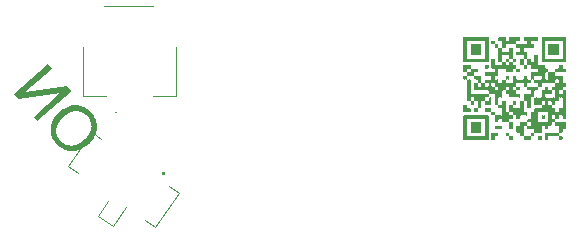
<source format=gbo>
G04*
G04 #@! TF.GenerationSoftware,Altium Limited,Altium Designer,21.8.1 (53)*
G04*
G04 Layer_Color=32896*
%FSLAX25Y25*%
%MOIN*%
G70*
G04*
G04 #@! TF.SameCoordinates,4D66A8FD-5AEA-4BBE-AC91-A6DA004BC610*
G04*
G04*
G04 #@! TF.FilePolarity,Positive*
G04*
G01*
G75*
%ADD10C,0.00394*%
%ADD86C,0.00787*%
G36*
X487636Y103027D02*
X485257D01*
Y101775D01*
X486384D01*
Y100648D01*
X486259D01*
Y100523D01*
X483254D01*
Y100648D01*
X483003D01*
Y100523D01*
X482878D01*
Y100398D01*
X482753D01*
Y100022D01*
X482878D01*
Y99897D01*
X482753D01*
Y99521D01*
X482878D01*
Y99396D01*
X484005D01*
Y97017D01*
X485132D01*
Y96892D01*
X485257D01*
Y95765D01*
X486384D01*
Y98144D01*
X487636D01*
Y94889D01*
X490015D01*
Y93762D01*
X490140D01*
Y93637D01*
X490891D01*
Y92510D01*
D01*
D01*
X493270D01*
Y91383D01*
X493395D01*
Y91258D01*
X495649D01*
Y91133D01*
X495774D01*
Y88879D01*
X496901D01*
Y87752D01*
X496776D01*
Y87627D01*
X495774D01*
Y86500D01*
X496776D01*
Y86375D01*
X496901D01*
Y76859D01*
X495774D01*
Y77986D01*
X495649D01*
Y78111D01*
X494647D01*
Y77986D01*
X494522D01*
Y76859D01*
X493270D01*
Y77610D01*
X493395D01*
Y77861D01*
X493270D01*
Y77986D01*
X493145D01*
Y78111D01*
X492269D01*
Y77986D01*
X492143D01*
Y77610D01*
Y77485D01*
Y76859D01*
X493270D01*
Y75983D01*
X492143D01*
Y74856D01*
X492018D01*
Y74731D01*
X490891D01*
Y73604D01*
X490015D01*
Y74731D01*
X488888D01*
Y74606D01*
X488763D01*
Y72727D01*
X488888D01*
Y72602D01*
X488763D01*
Y72352D01*
X486384D01*
Y73479D01*
X486259D01*
Y73604D01*
X484380D01*
Y73479D01*
X484255D01*
Y73604D01*
X484005D01*
Y74731D01*
X482878D01*
Y74606D01*
X482753D01*
Y71475D01*
Y71350D01*
Y71100D01*
X481751D01*
Y71225D01*
X481626D01*
Y72352D01*
X480499D01*
Y72477D01*
X480374D01*
Y74606D01*
X480499D01*
Y74731D01*
X481501D01*
Y74856D01*
X481626D01*
Y75858D01*
X481751D01*
Y75983D01*
X484005D01*
Y74731D01*
X485132D01*
Y74856D01*
X485257D01*
Y75858D01*
X485132D01*
Y75983D01*
X484005D01*
Y76734D01*
X484130D01*
Y76859D01*
X485132D01*
Y76984D01*
X485257D01*
Y79238D01*
X486384D01*
Y80365D01*
X486509D01*
Y80490D01*
X488763D01*
Y80615D01*
X488888D01*
Y80866D01*
X488763D01*
Y81617D01*
D01*
D01*
X486509D01*
Y81742D01*
X486384D01*
Y83996D01*
X487010D01*
Y84121D01*
X487260D01*
Y83996D01*
X488137D01*
Y84121D01*
X488387D01*
Y83996D01*
X488637D01*
Y84121D01*
X488763D01*
Y84246D01*
X488888D01*
Y84497D01*
X488763D01*
Y85874D01*
X488888D01*
Y85999D01*
X488763D01*
Y86375D01*
X488888D01*
Y86500D01*
X490015D01*
Y87627D01*
X490891D01*
Y86500D01*
X492143D01*
Y85373D01*
X492018D01*
Y85248D01*
X490015D01*
Y84121D01*
X490140D01*
Y83996D01*
X490516D01*
Y84121D01*
X490641D01*
Y83996D01*
X492644D01*
Y84121D01*
X492895D01*
Y83996D01*
X493145D01*
Y84121D01*
X493270D01*
Y84246D01*
X493395D01*
Y84497D01*
X493270D01*
Y86124D01*
X493395D01*
Y86250D01*
X493270D01*
Y86500D01*
X492143D01*
Y87627D01*
X493270D01*
Y87877D01*
X493395D01*
Y88003D01*
X493270D01*
Y88754D01*
X493395D01*
Y88879D01*
X494522D01*
Y90006D01*
X494397D01*
Y90131D01*
X494021D01*
Y90006D01*
X493771D01*
Y90131D01*
X493520D01*
Y90006D01*
X493270D01*
Y88879D01*
X488888D01*
Y88754D01*
X488763D01*
Y88003D01*
X488888D01*
Y87877D01*
X488763D01*
Y87627D01*
X487636D01*
Y88754D01*
X487511D01*
Y88879D01*
X486509D01*
Y89004D01*
X486384D01*
Y90006D01*
D01*
D01*
X485883D01*
Y90131D01*
X485507D01*
Y90006D01*
X485382D01*
Y90131D01*
X485257D01*
Y92510D01*
X487636D01*
Y93637D01*
X485257D01*
Y94763D01*
X485132D01*
Y94889D01*
X484005D01*
Y97017D01*
X482878D01*
Y97518D01*
X482753D01*
Y97768D01*
X482878D01*
Y98019D01*
X482753D01*
Y98144D01*
X480499D01*
Y98269D01*
X480374D01*
Y99271D01*
X480499D01*
Y99396D01*
X481626D01*
Y100523D01*
X481376D01*
Y100648D01*
X481250D01*
Y100523D01*
X480499D01*
Y100648D01*
X480374D01*
Y101775D01*
X476868D01*
Y101650D01*
X476743D01*
Y101274D01*
X476868D01*
Y101149D01*
X476743D01*
Y101024D01*
X476868D01*
Y100773D01*
X476743D01*
Y100523D01*
X475616D01*
Y102902D01*
X475491D01*
Y103027D01*
X474364D01*
Y104029D01*
X474489D01*
Y104154D01*
X476743D01*
Y104029D01*
X476868D01*
Y103778D01*
X476743D01*
Y103528D01*
X476868D01*
Y103403D01*
X476743D01*
Y103152D01*
X476868D01*
Y103027D01*
X476993D01*
Y102902D01*
X477119D01*
Y103027D01*
X477995D01*
Y104154D01*
X481626D01*
Y103027D01*
X480499D01*
Y102902D01*
X480374D01*
Y101775D01*
X484005D01*
Y102902D01*
X483880D01*
Y103027D01*
X482878D01*
Y103152D01*
X482753D01*
Y103403D01*
X482878D01*
Y103778D01*
X482753D01*
Y104029D01*
X482878D01*
Y104154D01*
X487636D01*
Y103027D01*
D02*
G37*
G36*
X496901Y95765D02*
X488888D01*
Y95890D01*
X488763D01*
Y96266D01*
X488888D01*
Y96391D01*
X488763D01*
Y103528D01*
X488888D01*
Y103653D01*
X488763D01*
Y104029D01*
X488888D01*
Y104154D01*
X496901D01*
Y95765D01*
D02*
G37*
G36*
X473112Y102902D02*
X473237D01*
Y102401D01*
Y102276D01*
Y101775D01*
X474364D01*
Y100523D01*
X475616D01*
Y99396D01*
X477995D01*
Y100523D01*
X478245D01*
Y100648D01*
X478371D01*
Y100523D01*
X479247D01*
Y97017D01*
X480249D01*
Y96892D01*
X480374D01*
Y96266D01*
Y96141D01*
Y95765D01*
X479247D01*
Y97017D01*
X477995D01*
Y97142D01*
Y97268D01*
Y98144D01*
X475616D01*
Y95765D01*
X476743D01*
Y95640D01*
X476868D01*
Y95390D01*
X476743D01*
Y95014D01*
X476868D01*
Y94889D01*
X477995D01*
Y95765D01*
X476868D01*
Y96642D01*
X476743D01*
Y96767D01*
X476868D01*
Y97017D01*
X477995D01*
Y96892D01*
Y96767D01*
Y95765D01*
X479247D01*
Y94889D01*
X480374D01*
Y93637D01*
X481626D01*
Y93011D01*
Y92886D01*
Y92510D01*
X480374D01*
Y93637D01*
X479247D01*
Y92510D01*
X476868D01*
Y92635D01*
X476743D01*
Y92886D01*
X476868D01*
Y93511D01*
X476743D01*
Y93637D01*
X474364D01*
Y91258D01*
X473237D01*
Y90131D01*
X473362D01*
Y90006D01*
X473988D01*
Y90131D01*
X474239D01*
Y90006D01*
X474364D01*
Y89004D01*
X474489D01*
Y88879D01*
X475616D01*
Y90006D01*
X475741D01*
Y90131D01*
X475992D01*
Y90006D01*
X476868D01*
Y89254D01*
X476743D01*
Y89004D01*
X476868D01*
Y88879D01*
X479122D01*
Y89004D01*
X479247D01*
Y91258D01*
X480374D01*
Y90131D01*
X480499D01*
Y90006D01*
X482628D01*
Y90131D01*
X482753D01*
Y90256D01*
X482878D01*
Y90507D01*
X482753D01*
Y90632D01*
X482878D01*
Y90882D01*
X482753D01*
Y91133D01*
X482878D01*
Y91258D01*
X484005D01*
Y90131D01*
X484130D01*
Y90006D01*
X485257D01*
Y89004D01*
X485132D01*
Y88879D01*
X484005D01*
Y87627D01*
X487636D01*
Y86500D01*
X486509D01*
Y86375D01*
X486384D01*
Y84121D01*
X485382D01*
Y83996D01*
X485257D01*
Y83871D01*
Y83745D01*
Y80615D01*
X485132D01*
Y80490D01*
X484005D01*
Y82869D01*
X482878D01*
Y84872D01*
X482753D01*
Y85123D01*
X482878D01*
Y85248D01*
X485132D01*
Y85373D01*
X485257D01*
Y86375D01*
X485132D01*
Y86500D01*
X484005D01*
Y87627D01*
X482878D01*
Y87877D01*
X482753D01*
Y88128D01*
X482878D01*
Y88253D01*
X482753D01*
Y88378D01*
X482878D01*
Y88754D01*
X482753D01*
Y88879D01*
X480499D01*
Y88754D01*
X480374D01*
Y87627D01*
X481626D01*
Y86500D01*
X480374D01*
Y87627D01*
X479247D01*
Y86500D01*
X480374D01*
Y85373D01*
X480499D01*
Y85248D01*
X481626D01*
Y84121D01*
X481501D01*
Y83996D01*
X481250D01*
Y84121D01*
X478371D01*
Y83996D01*
X478120D01*
Y84121D01*
X477995D01*
Y85248D01*
X476868D01*
Y85498D01*
X476743D01*
Y85624D01*
X476868D01*
Y86500D01*
X477995D01*
Y87627D01*
X476868D01*
Y87502D01*
X476743D01*
Y87251D01*
X476868D01*
Y86625D01*
X476743D01*
Y86500D01*
X475741D01*
Y86375D01*
X475616D01*
Y84121D01*
X475491D01*
Y83996D01*
X475241D01*
Y84121D01*
X474489D01*
Y83996D01*
X474364D01*
Y81617D01*
X475491D01*
Y81742D01*
X475616D01*
Y82869D01*
X476743D01*
Y82744D01*
X476868D01*
Y82368D01*
X476743D01*
Y82243D01*
X476868D01*
Y80991D01*
X476743D01*
Y80741D01*
X476868D01*
Y80115D01*
X476743D01*
Y79989D01*
X476868D01*
Y79739D01*
X476743D01*
Y79363D01*
X476868D01*
Y79238D01*
X477995D01*
Y78111D01*
X478120D01*
Y77986D01*
X478371D01*
Y78111D01*
X479122D01*
Y77986D01*
X479247D01*
Y76984D01*
X479122D01*
Y76859D01*
X477995D01*
Y75983D01*
X479122D01*
Y75858D01*
X479247D01*
Y73604D01*
X478997D01*
Y73479D01*
X478871D01*
Y73604D01*
X478371D01*
Y73479D01*
X478245D01*
Y73604D01*
X477995D01*
Y75106D01*
Y75231D01*
Y75983D01*
X475616D01*
Y76859D01*
X474489D01*
Y76734D01*
X474364D01*
Y75983D01*
X473237D01*
Y78111D01*
X472361D01*
Y77986D01*
X472236D01*
Y78111D01*
X471985D01*
Y79238D01*
X469982D01*
Y79363D01*
X469857D01*
Y79864D01*
Y79989D01*
Y80365D01*
X469982D01*
Y80490D01*
X471860D01*
Y80365D01*
X471985D01*
Y79238D01*
X473112D01*
Y79113D01*
X473237D01*
Y78111D01*
X475241D01*
Y77986D01*
X475491D01*
Y78111D01*
X475616D01*
Y80365D01*
X475491D01*
Y80490D01*
X474489D01*
Y80615D01*
X474364D01*
Y81617D01*
X473362D01*
Y81742D01*
X473237D01*
Y85248D01*
X471109D01*
Y86375D01*
X470984D01*
Y86500D01*
X466351D01*
Y88503D01*
X466226D01*
Y88629D01*
X466351D01*
Y88879D01*
X467478D01*
Y87752D01*
X467603D01*
Y87627D01*
X468605D01*
Y87752D01*
X468730D01*
Y88879D01*
X467478D01*
Y90006D01*
X467353D01*
Y90131D01*
X467102D01*
Y90006D01*
X466852D01*
Y90131D01*
X466727D01*
Y90006D01*
X466476D01*
Y90131D01*
X466351D01*
Y90256D01*
X466226D01*
Y90381D01*
X466351D01*
Y91258D01*
X463847D01*
Y92385D01*
X463972D01*
Y92510D01*
X465099D01*
Y93637D01*
X463972D01*
Y93511D01*
X463847D01*
Y92510D01*
X462720D01*
Y94889D01*
X464974D01*
Y94763D01*
X465099D01*
Y93637D01*
X467478D01*
Y92510D01*
X466351D01*
Y92259D01*
X466226D01*
Y92134D01*
X466351D01*
Y91258D01*
X468605D01*
Y91133D01*
X468730D01*
Y88879D01*
X469857D01*
Y87752D01*
X469982D01*
Y87627D01*
X470984D01*
Y87752D01*
X471109D01*
Y88879D01*
X469857D01*
Y90006D01*
X470107D01*
Y90131D01*
X470358D01*
Y90006D01*
X471860D01*
Y90131D01*
X471985D01*
Y91258D01*
X469982D01*
Y91383D01*
X469857D01*
Y92385D01*
X469982D01*
Y92510D01*
X473237D01*
Y93637D01*
X472110D01*
Y93762D01*
X471985D01*
Y96892D01*
X472110D01*
Y97017D01*
X473112D01*
Y96892D01*
X473237D01*
Y94889D01*
X475616D01*
Y95765D01*
X474489D01*
Y95890D01*
X474364D01*
Y100523D01*
X473362D01*
Y100648D01*
X473237D01*
Y101775D01*
X472110D01*
Y101900D01*
X471985D01*
Y102902D01*
X472110D01*
Y103027D01*
X473112D01*
Y102902D01*
D02*
G37*
G36*
X471109Y95765D02*
X462720D01*
Y104154D01*
X471109D01*
Y95765D01*
D02*
G37*
G36*
X482753Y94889D02*
X481626D01*
Y96892D01*
X481751D01*
Y97017D01*
X482753D01*
Y94889D01*
D02*
G37*
G36*
X484005Y93762D02*
X483880D01*
Y93637D01*
X482878D01*
Y93887D01*
X482753D01*
Y94138D01*
X482878D01*
Y94889D01*
X484005D01*
Y93762D01*
D02*
G37*
G36*
X470984Y94763D02*
X471109D01*
Y93762D01*
X470984D01*
Y93637D01*
X469982D01*
Y93762D01*
X469857D01*
Y94388D01*
Y94513D01*
Y94763D01*
X469982D01*
Y94889D01*
X470984D01*
Y94763D01*
D02*
G37*
G36*
X495649D02*
X495774D01*
Y94012D01*
X495649D01*
Y93887D01*
X495774D01*
Y93637D01*
X496901D01*
Y92510D01*
X493270D01*
Y92760D01*
Y92886D01*
Y93511D01*
X493395D01*
Y93637D01*
X494397D01*
Y93762D01*
X494522D01*
Y94763D01*
X494647D01*
Y94889D01*
X495649D01*
Y94763D01*
D02*
G37*
G36*
X477995Y90131D02*
X477870D01*
Y90006D01*
X477494D01*
Y90131D01*
X477244D01*
Y90006D01*
X476868D01*
Y90882D01*
X476743D01*
Y91133D01*
X476868D01*
Y91258D01*
X477995D01*
Y90131D01*
D02*
G37*
G36*
X480374Y81617D02*
X479247D01*
Y82744D01*
Y82869D01*
X480374D01*
Y81617D01*
D02*
G37*
G36*
X463847Y90006D02*
X464723D01*
Y90131D01*
X464974D01*
Y90006D01*
X465099D01*
Y85248D01*
X471109D01*
Y84121D01*
X469982D01*
Y83996D01*
X469857D01*
Y82869D01*
X471109D01*
Y83996D01*
X471610D01*
Y84121D01*
X471860D01*
Y83996D01*
X471985D01*
Y81742D01*
X471860D01*
Y81617D01*
X469982D01*
Y81742D01*
X469857D01*
Y82869D01*
X468730D01*
Y80490D01*
X467478D01*
Y82869D01*
X466351D01*
Y83996D01*
X466101D01*
Y84121D01*
X465725D01*
Y83996D01*
X465600D01*
Y84121D01*
X465224D01*
Y83996D01*
X465099D01*
Y82869D01*
X466351D01*
Y82118D01*
Y81993D01*
Y81742D01*
X466226D01*
Y81617D01*
X465224D01*
Y81742D01*
X465099D01*
Y82869D01*
X463972D01*
Y82994D01*
X463847D01*
Y90006D01*
X463471D01*
Y90131D01*
X463096D01*
Y90006D01*
X462845D01*
Y90131D01*
X462720D01*
Y91258D01*
X463847D01*
Y90006D01*
D02*
G37*
G36*
X482753Y79363D02*
X482878D01*
Y79238D01*
X484005D01*
Y78111D01*
X483754D01*
Y77986D01*
X483629D01*
Y78111D01*
X481751D01*
Y77986D01*
X481626D01*
Y76859D01*
X480499D01*
Y76984D01*
X480374D01*
Y77986D01*
X480249D01*
Y78111D01*
X479247D01*
Y79113D01*
X479122D01*
Y79238D01*
X477995D01*
Y81617D01*
X479247D01*
Y80490D01*
X481626D01*
Y80866D01*
Y80991D01*
Y82869D01*
X482753D01*
Y79363D01*
D02*
G37*
G36*
X467478Y79238D02*
X466351D01*
Y79488D01*
X466226D01*
Y79614D01*
X466351D01*
Y80115D01*
X466226D01*
Y80240D01*
X466351D01*
Y80490D01*
X467478D01*
Y79238D01*
D02*
G37*
G36*
X463847Y80615D02*
X463972D01*
Y80490D01*
X464974D01*
Y80365D01*
X465099D01*
Y79363D01*
X464974D01*
Y79238D01*
X462720D01*
Y81617D01*
X463847D01*
Y80615D01*
D02*
G37*
G36*
X470984Y77986D02*
X471109D01*
Y69973D01*
X462720D01*
Y70474D01*
Y70599D01*
Y77986D01*
X462845D01*
Y78111D01*
X463221D01*
Y77986D01*
X463346D01*
Y78111D01*
X470483D01*
Y77986D01*
X470608D01*
Y78111D01*
X470984D01*
Y77986D01*
D02*
G37*
G36*
X475616Y73604D02*
X475366D01*
Y73479D01*
X475241D01*
Y73604D01*
X473237D01*
Y74731D01*
X475616D01*
Y73604D01*
D02*
G37*
G36*
X496901Y74856D02*
Y74731D01*
Y73604D01*
X495899D01*
Y73479D01*
X495774D01*
Y73353D01*
X495649D01*
Y73228D01*
X495774D01*
Y72477D01*
X495649D01*
Y72352D01*
X494522D01*
Y74731D01*
X493395D01*
Y74856D01*
X493270D01*
Y75858D01*
X493395D01*
Y75983D01*
X496901D01*
Y74856D01*
D02*
G37*
G36*
X486384Y71225D02*
X486259D01*
Y71100D01*
X485257D01*
Y72352D01*
X486384D01*
Y71225D01*
D02*
G37*
G36*
X494522Y71100D02*
X495649D01*
Y70975D01*
X495774D01*
Y70098D01*
X495649D01*
Y69973D01*
X494522D01*
Y71100D01*
X491267D01*
Y71225D01*
X491142D01*
Y71100D01*
X490891D01*
Y69973D01*
X490015D01*
Y72352D01*
X494522D01*
Y71100D01*
D02*
G37*
G36*
X488763Y70975D02*
X488888D01*
Y70849D01*
X488763D01*
Y70349D01*
X488888D01*
Y70098D01*
X488763D01*
Y69973D01*
X487636D01*
Y71100D01*
X488763D01*
Y70975D01*
D02*
G37*
G36*
X485257Y70474D02*
Y70349D01*
Y70098D01*
X485132D01*
Y69973D01*
X482878D01*
Y70098D01*
X482753D01*
Y70349D01*
X482878D01*
Y71100D01*
X485257D01*
Y70474D01*
D02*
G37*
G36*
X477995Y71100D02*
X479247D01*
Y70098D01*
X479122D01*
Y69973D01*
X477995D01*
Y71100D01*
X476868D01*
Y71350D01*
X476743D01*
Y71475D01*
Y71601D01*
X476868D01*
Y71976D01*
X476743D01*
Y72227D01*
X476868D01*
Y72352D01*
X477995D01*
Y71100D01*
D02*
G37*
G36*
X474364Y71225D02*
X474239D01*
Y71100D01*
X473237D01*
Y69973D01*
X471985D01*
Y72227D01*
X472110D01*
Y72352D01*
X474364D01*
Y71225D01*
D02*
G37*
G36*
X325491Y93729D02*
X316538Y85894D01*
X330719Y87754D01*
X332073Y86207D01*
X320683Y76241D01*
X319416Y77690D01*
X328353Y85510D01*
X314203Y83648D01*
X312835Y85211D01*
X324224Y95177D01*
X325491Y93729D01*
D02*
G37*
G36*
X333741Y81477D02*
X334297Y81440D01*
X334772Y81362D01*
X334986Y81317D01*
X335155Y81290D01*
X335291Y81234D01*
X335398Y81212D01*
X335443Y81193D01*
X335474Y81191D01*
X335821Y81059D01*
X336153Y80913D01*
X336768Y80609D01*
X337331Y80230D01*
X337788Y79874D01*
X337994Y79706D01*
X338200Y79537D01*
X338346Y79403D01*
X338475Y79255D01*
X338593Y79154D01*
X338722Y79006D01*
X339094Y78548D01*
X339405Y78093D01*
X339669Y77626D01*
X339901Y77161D01*
X340072Y76700D01*
X340228Y76256D01*
X340339Y75830D01*
X340422Y75437D01*
X340489Y75060D01*
X340528Y74717D01*
X340555Y74420D01*
X340553Y74157D01*
X340555Y73956D01*
X340559Y73785D01*
X340553Y73692D01*
X340551Y73661D01*
X340469Y73124D01*
X340341Y72606D01*
X340166Y72075D01*
X339948Y71594D01*
X339699Y71114D01*
X339453Y70666D01*
X339177Y70250D01*
X338889Y69882D01*
X338617Y69528D01*
X338348Y69205D01*
X338097Y68927D01*
X337895Y68693D01*
X337698Y68520D01*
X337564Y68374D01*
X337465Y68287D01*
X337449Y68273D01*
X337432Y68259D01*
X336844Y67802D01*
X336276Y67421D01*
X335696Y67088D01*
X335424Y66967D01*
X335153Y66845D01*
X334928Y66736D01*
X334706Y66658D01*
X334515Y66578D01*
X334340Y66512D01*
X334212Y66458D01*
X334118Y66434D01*
X334040Y66423D01*
X334023Y66409D01*
X333301Y66271D01*
X332630Y66207D01*
X331980Y66220D01*
X331410Y66273D01*
X330919Y66337D01*
X330719Y66366D01*
X330567Y66407D01*
X330415Y66448D01*
X330308Y66471D01*
X330262Y66489D01*
X330231Y66491D01*
X329884Y66623D01*
X329553Y66769D01*
X328923Y67090D01*
X328374Y67452D01*
X327886Y67810D01*
X327666Y67995D01*
X327491Y68162D01*
X327314Y68298D01*
X327185Y68446D01*
X327082Y68530D01*
X326938Y68695D01*
X326495Y69267D01*
X326131Y69849D01*
X325812Y70413D01*
X325691Y70684D01*
X325584Y70939D01*
X325491Y71178D01*
X325413Y71400D01*
X325347Y71575D01*
X325296Y71733D01*
X325259Y71876D01*
X325220Y71987D01*
X325224Y72048D01*
X325209Y72065D01*
X325102Y72785D01*
X325086Y73468D01*
X325144Y74099D01*
X325228Y74667D01*
X325339Y75171D01*
X325382Y75354D01*
X325440Y75521D01*
X325481Y75673D01*
X325518Y75764D01*
X325539Y75840D01*
X325555Y75854D01*
X325703Y76217D01*
X325880Y76546D01*
X326248Y77188D01*
X326660Y77780D01*
X327065Y78280D01*
X327265Y78484D01*
X327433Y78689D01*
X327600Y78864D01*
X327748Y78994D01*
X327866Y79126D01*
X327948Y79198D01*
X328014Y79255D01*
X328030Y79270D01*
X328684Y79784D01*
X329318Y80222D01*
X329625Y80403D01*
X329945Y80568D01*
X330234Y80704D01*
X330491Y80841D01*
X330746Y80948D01*
X330984Y81041D01*
X331176Y81121D01*
X331365Y81171D01*
X331493Y81224D01*
X331587Y81249D01*
X331665Y81259D01*
X331682Y81274D01*
X332390Y81428D01*
X333091Y81489D01*
X333741Y81477D01*
D02*
G37*
%LPC*%
G36*
X490891Y92510D02*
X490140D01*
Y92385D01*
X490015D01*
Y90131D01*
X490140D01*
Y90006D01*
X490766D01*
Y90131D01*
X490891D01*
Y92510D01*
D01*
D01*
D02*
G37*
G36*
X488763Y91258D02*
X486509D01*
Y91133D01*
X486384D01*
Y90006D01*
D01*
D01*
X488637D01*
Y90131D01*
X488763D01*
Y90256D01*
X488888D01*
Y90507D01*
X488763D01*
Y90882D01*
X488888D01*
Y91133D01*
X488763D01*
Y91258D01*
D02*
G37*
G36*
X495774Y86500D02*
X494647D01*
Y86375D01*
X494522D01*
Y85248D01*
X495649D01*
Y85373D01*
X495774D01*
Y86500D01*
D02*
G37*
G36*
X495649Y84121D02*
X495148D01*
Y83996D01*
X495023D01*
Y84121D01*
X494647D01*
Y83996D01*
X494522D01*
Y82869D01*
X493395D01*
Y82744D01*
X493270D01*
Y81993D01*
X493395D01*
Y81867D01*
X493270D01*
Y81617D01*
X492143D01*
Y82744D01*
X492018D01*
Y82869D01*
X491016D01*
Y82744D01*
X490891D01*
Y81742D01*
X491016D01*
Y81617D01*
X492143D01*
Y80490D01*
X493270D01*
Y80240D01*
X493395D01*
Y80115D01*
X493270D01*
Y79363D01*
X493395D01*
Y79238D01*
X494522D01*
Y80365D01*
X494647D01*
Y80490D01*
X495649D01*
Y80615D01*
X495774D01*
Y83996D01*
X495649D01*
Y84121D01*
D02*
G37*
G36*
X490015Y82869D02*
X488888D01*
Y82744D01*
X488763D01*
Y81617D01*
D01*
D01*
X489890D01*
Y81742D01*
X490015D01*
Y82869D01*
D02*
G37*
G36*
X490891Y79238D02*
X487636D01*
Y75983D01*
X490891D01*
Y79238D01*
D02*
G37*
%LPD*%
G36*
X489890Y77986D02*
X490015D01*
Y76859D01*
X488888D01*
Y76984D01*
X488763D01*
Y77360D01*
X488888D01*
Y77610D01*
X488763D01*
Y77861D01*
X488888D01*
Y77986D01*
X489013D01*
Y78111D01*
X489264D01*
Y77986D01*
X489514D01*
Y78111D01*
X489890D01*
Y77986D01*
D02*
G37*
%LPC*%
G36*
X495649Y103027D02*
X490140D01*
Y102902D01*
X490015D01*
Y97017D01*
X495774D01*
Y102902D01*
X495649D01*
Y103027D01*
D02*
G37*
%LPD*%
G36*
X494522Y98269D02*
X494397D01*
Y98144D01*
X491016D01*
Y98269D01*
X490891D01*
Y98520D01*
Y98645D01*
Y101650D01*
X491016D01*
Y101775D01*
X494522D01*
Y98269D01*
D02*
G37*
%LPC*%
G36*
X473112Y88879D02*
X472110D01*
Y88754D01*
X471985D01*
Y87752D01*
X472110D01*
Y87627D01*
X473237D01*
Y86500D01*
X474364D01*
Y87376D01*
Y87502D01*
Y87627D01*
X473237D01*
Y88754D01*
X473112D01*
Y88879D01*
D02*
G37*
G36*
X469732Y103027D02*
X463972D01*
Y102902D01*
X463847D01*
Y97142D01*
X463972D01*
Y97017D01*
X469857D01*
Y99521D01*
Y99647D01*
Y102902D01*
X469732D01*
Y103027D01*
D02*
G37*
%LPD*%
G36*
X468605Y101650D02*
X468730D01*
Y101525D01*
Y98269D01*
X468605D01*
Y98144D01*
X465224D01*
Y98269D01*
X465099D01*
Y101775D01*
X468605D01*
Y101650D01*
D02*
G37*
%LPC*%
G36*
X469857Y76859D02*
X463972D01*
Y76734D01*
X463847D01*
Y71225D01*
X463972D01*
Y71100D01*
X469857D01*
Y76859D01*
D02*
G37*
%LPD*%
G36*
X468605Y75858D02*
X468730D01*
Y72477D01*
X468605D01*
Y72352D01*
X465099D01*
Y75858D01*
X465224D01*
Y75983D01*
X468605D01*
Y75858D01*
D02*
G37*
%LPC*%
G36*
X333569Y79582D02*
X333132Y79549D01*
X332772Y79496D01*
X332474Y79438D01*
X332379Y79414D01*
X332301Y79403D01*
X332254Y79391D01*
X332237Y79377D01*
X331698Y79196D01*
X331170Y78936D01*
X330703Y78673D01*
X330281Y78391D01*
X330071Y78266D01*
X329908Y78153D01*
X329760Y78023D01*
X329631Y77938D01*
X329532Y77852D01*
X329466Y77794D01*
X329417Y77751D01*
X329400Y77737D01*
X329020Y77375D01*
X328670Y77011D01*
X328351Y76644D01*
X328080Y76291D01*
X327870Y75933D01*
X327662Y75605D01*
X327485Y75276D01*
X327341Y74976D01*
X327244Y74688D01*
X327150Y74431D01*
X327073Y74219D01*
X327030Y74036D01*
X327004Y73867D01*
X326964Y73746D01*
X326960Y73684D01*
X326958Y73653D01*
X326932Y73252D01*
X326952Y72863D01*
X327006Y72503D01*
X327059Y72143D01*
X327145Y71812D01*
X327279Y71493D01*
X327384Y71207D01*
X327520Y70919D01*
X327643Y70678D01*
X327783Y70452D01*
X327894Y70258D01*
X328008Y70096D01*
X328108Y69981D01*
X328164Y69884D01*
X328236Y69802D01*
X328526Y69503D01*
X328818Y69236D01*
X329114Y69030D01*
X329411Y68824D01*
X329725Y68664D01*
X330026Y68520D01*
X330312Y68392D01*
X330600Y68296D01*
X330859Y68232D01*
X331087Y68170D01*
X331301Y68125D01*
X331501Y68096D01*
X331639Y68071D01*
X331762Y68063D01*
X331824Y68059D01*
X331855Y68057D01*
X332258Y68061D01*
X332649Y68113D01*
X333042Y68195D01*
X333420Y68294D01*
X333787Y68440D01*
X334136Y68571D01*
X334778Y68901D01*
X335037Y69069D01*
X335297Y69238D01*
X335523Y69378D01*
X335702Y69505D01*
X335864Y69619D01*
X335980Y69719D01*
X336046Y69777D01*
X336062Y69791D01*
X336508Y70211D01*
X336908Y70618D01*
X337276Y71028D01*
X337566Y71427D01*
X337823Y71797D01*
X338033Y72155D01*
X338212Y72515D01*
X338356Y72816D01*
X338469Y73118D01*
X338564Y73375D01*
X338626Y73604D01*
X338669Y73787D01*
X338695Y73956D01*
X338718Y74063D01*
X338722Y74124D01*
X338724Y74155D01*
X338735Y74542D01*
X338698Y74916D01*
X338644Y75276D01*
X338560Y75638D01*
X338457Y75955D01*
X338354Y76272D01*
X338111Y76815D01*
X337971Y77042D01*
X337846Y77251D01*
X337749Y77428D01*
X337636Y77591D01*
X337551Y77720D01*
X337422Y77869D01*
X337045Y78266D01*
X336634Y78603D01*
X336233Y78862D01*
X335875Y79072D01*
X335544Y79218D01*
X335408Y79274D01*
X335303Y79327D01*
X335181Y79366D01*
X335122Y79401D01*
X335074Y79389D01*
X335060Y79405D01*
X334556Y79517D01*
X334048Y79566D01*
X333569Y79582D01*
D02*
G37*
%LPD*%
D10*
X347169Y79028D02*
G03*
X346776Y79028I-197J0D01*
G01*
D02*
G03*
X347169Y79028I197J0D01*
G01*
X342839Y114461D02*
X359374D01*
X367051Y84539D02*
Y101075D01*
X359374Y84539D02*
X367051D01*
X335949D02*
X343626D01*
X335949D02*
Y101075D01*
X364609Y54509D02*
X367833Y52250D01*
X359930Y40963D02*
X367833Y52250D01*
X356705Y43221D02*
X359930Y40963D01*
X338808Y72574D02*
X342033Y70316D01*
X330905Y61286D02*
X338808Y72574D01*
X330905Y61286D02*
X334130Y59028D01*
X345739Y41287D02*
X350255Y47738D01*
X340901Y44675D02*
X345739Y41287D01*
X340901Y44675D02*
X344288Y49512D01*
D86*
X363061Y58476D02*
G03*
X362416Y58928I-323J226D01*
G01*
D02*
G03*
X363061Y58476I323J-226D01*
G01*
M02*

</source>
